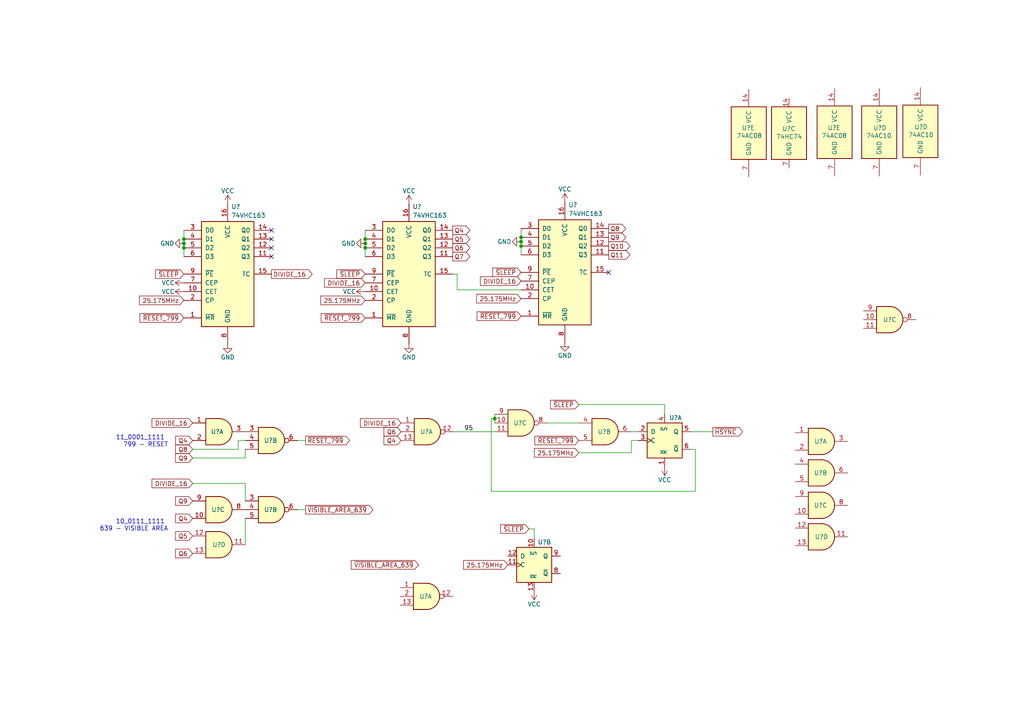
<source format=kicad_sch>
(kicad_sch (version 20211123) (generator eeschema)
  (paper "A4")
  (lib_symbols
    (symbol "74xx:74LS08" (pin_names (offset 1.016))
      (property "Reference" "U" (at 0 1.27 0))
      (property "Value" "74LS08" (at 0 -1.27 0))
      (symbol "74LS08_1_1"
        (arc (start 0 -3.81) (mid 3.81 0) (end 0 3.81) (stroke (width 0.254)) (fill (type background)))
        (polyline (pts (xy 0 3.81) (xy -3.81 3.81) (xy -3.81 -3.81) (xy 0 -3.81)) (stroke (width 0.254)) (fill (type background)))
        (pin input line (at -7.62 2.54 0) (length 3.81) (name "~") (number "1"))
        (pin input line (at -7.62 -2.54 0) (length 3.81) (name "~") (number "2"))
        (pin output line (at 7.62 0 180) (length 3.81) (name "~") (number "3"))
      )
      (symbol "74LS08_1_2"
        (arc (start -3.81 -3.81) (mid -2.589 0) (end -3.81 3.81) (stroke (width 0.254)))
        (arc (start -0.6096 -3.81) (mid 2.1855 -2.584) (end 3.81 0) (stroke (width 0.254)) (fill (type background)))
        (polyline (pts (xy -3.81 -3.81) (xy -0.635 -3.81)) (stroke (width 0.254)) (fill (type background)))
        (polyline (pts (xy -3.81 3.81) (xy -0.635 3.81)) (stroke (width 0.254)) (fill (type background)))
        (polyline (pts (xy -0.635 3.81) (xy -3.81 3.81) (xy -3.81 3.81) (xy -3.556 3.4036) (xy -3.0226 2.2606) (xy -2.6924 1.0414) (xy -2.6162 -0.254) (xy -2.7686 -1.4986) (xy -3.175 -2.7178) (xy -3.81 -3.81) (xy -3.81 -3.81) (xy -0.635 -3.81)) (stroke (width -25.4)) (fill (type background)))
        (arc (start 3.81 0) (mid 2.1928 2.5925) (end -0.6096 3.81) (stroke (width 0.254)) (fill (type background)))
        (pin input inverted (at -7.62 2.54 0) (length 4.318) (name "~") (number "1"))
        (pin input inverted (at -7.62 -2.54 0) (length 4.318) (name "~") (number "2"))
        (pin output inverted (at 7.62 0 180) (length 3.81) (name "~") (number "3"))
      )
      (symbol "74LS08_2_1"
        (arc (start 0 -3.81) (mid 3.81 0) (end 0 3.81) (stroke (width 0.254)) (fill (type background)))
        (polyline (pts (xy 0 3.81) (xy -3.81 3.81) (xy -3.81 -3.81) (xy 0 -3.81)) (stroke (width 0.254)) (fill (type background)))
        (pin input line (at -7.62 2.54 0) (length 3.81) (name "~") (number "4"))
        (pin input line (at -7.62 -2.54 0) (length 3.81) (name "~") (number "5"))
        (pin output line (at 7.62 0 180) (length 3.81) (name "~") (number "6"))
      )
      (symbol "74LS08_2_2"
        (arc (start -3.81 -3.81) (mid -2.589 0) (end -3.81 3.81) (stroke (width 0.254)))
        (arc (start -0.6096 -3.81) (mid 2.1855 -2.584) (end 3.81 0) (stroke (width 0.254)) (fill (type background)))
        (polyline (pts (xy -3.81 -3.81) (xy -0.635 -3.81)) (stroke (width 0.254)) (fill (type background)))
        (polyline (pts (xy -3.81 3.81) (xy -0.635 3.81)) (stroke (width 0.254)) (fill (type background)))
        (polyline (pts (xy -0.635 3.81) (xy -3.81 3.81) (xy -3.81 3.81) (xy -3.556 3.4036) (xy -3.0226 2.2606) (xy -2.6924 1.0414) (xy -2.6162 -0.254) (xy -2.7686 -1.4986) (xy -3.175 -2.7178) (xy -3.81 -3.81) (xy -3.81 -3.81) (xy -0.635 -3.81)) (stroke (width -25.4)) (fill (type background)))
        (arc (start 3.81 0) (mid 2.1928 2.5925) (end -0.6096 3.81) (stroke (width 0.254)) (fill (type background)))
        (pin input inverted (at -7.62 2.54 0) (length 4.318) (name "~") (number "4"))
        (pin input inverted (at -7.62 -2.54 0) (length 4.318) (name "~") (number "5"))
        (pin output inverted (at 7.62 0 180) (length 3.81) (name "~") (number "6"))
      )
      (symbol "74LS08_3_1"
        (arc (start 0 -3.81) (mid 3.81 0) (end 0 3.81) (stroke (width 0.254)) (fill (type background)))
        (polyline (pts (xy 0 3.81) (xy -3.81 3.81) (xy -3.81 -3.81) (xy 0 -3.81)) (stroke (width 0.254)) (fill (type background)))
        (pin input line (at -7.62 -2.54 0) (length 3.81) (name "~") (number "10"))
        (pin output line (at 7.62 0 180) (length 3.81) (name "~") (number "8"))
        (pin input line (at -7.62 2.54 0) (length 3.81) (name "~") (number "9"))
      )
      (symbol "74LS08_3_2"
        (arc (start -3.81 -3.81) (mid -2.589 0) (end -3.81 3.81) (stroke (width 0.254)))
        (arc (start -0.6096 -3.81) (mid 2.1855 -2.584) (end 3.81 0) (stroke (width 0.254)) (fill (type background)))
        (polyline (pts (xy -3.81 -3.81) (xy -0.635 -3.81)) (stroke (width 0.254)) (fill (type background)))
        (polyline (pts (xy -3.81 3.81) (xy -0.635 3.81)) (stroke (width 0.254)) (fill (type background)))
        (polyline (pts (xy -0.635 3.81) (xy -3.81 3.81) (xy -3.81 3.81) (xy -3.556 3.4036) (xy -3.0226 2.2606) (xy -2.6924 1.0414) (xy -2.6162 -0.254) (xy -2.7686 -1.4986) (xy -3.175 -2.7178) (xy -3.81 -3.81) (xy -3.81 -3.81) (xy -0.635 -3.81)) (stroke (width -25.4)) (fill (type background)))
        (arc (start 3.81 0) (mid 2.1928 2.5925) (end -0.6096 3.81) (stroke (width 0.254)) (fill (type background)))
        (pin input inverted (at -7.62 -2.54 0) (length 4.318) (name "~") (number "10"))
        (pin output inverted (at 7.62 0 180) (length 3.81) (name "~") (number "8"))
        (pin input inverted (at -7.62 2.54 0) (length 4.318) (name "~") (number "9"))
      )
      (symbol "74LS08_4_1"
        (arc (start 0 -3.81) (mid 3.81 0) (end 0 3.81) (stroke (width 0.254)) (fill (type background)))
        (polyline (pts (xy 0 3.81) (xy -3.81 3.81) (xy -3.81 -3.81) (xy 0 -3.81)) (stroke (width 0.254)) (fill (type background)))
        (pin output line (at 7.62 0 180) (length 3.81) (name "~") (number "11"))
        (pin input line (at -7.62 2.54 0) (length 3.81) (name "~") (number "12"))
        (pin input line (at -7.62 -2.54 0) (length 3.81) (name "~") (number "13"))
      )
      (symbol "74LS08_4_2"
        (arc (start -3.81 -3.81) (mid -2.589 0) (end -3.81 3.81) (stroke (width 0.254)))
        (arc (start -0.6096 -3.81) (mid 2.1855 -2.584) (end 3.81 0) (stroke (width 0.254)) (fill (type background)))
        (polyline (pts (xy -3.81 -3.81) (xy -0.635 -3.81)) (stroke (width 0.254)) (fill (type background)))
        (polyline (pts (xy -3.81 3.81) (xy -0.635 3.81)) (stroke (width 0.254)) (fill (type background)))
        (polyline (pts (xy -0.635 3.81) (xy -3.81 3.81) (xy -3.81 3.81) (xy -3.556 3.4036) (xy -3.0226 2.2606) (xy -2.6924 1.0414) (xy -2.6162 -0.254) (xy -2.7686 -1.4986) (xy -3.175 -2.7178) (xy -3.81 -3.81) (xy -3.81 -3.81) (xy -0.635 -3.81)) (stroke (width -25.4)) (fill (type background)))
        (arc (start 3.81 0) (mid 2.1928 2.5925) (end -0.6096 3.81) (stroke (width 0.254)) (fill (type background)))
        (pin output inverted (at 7.62 0 180) (length 3.81) (name "~") (number "11"))
        (pin input inverted (at -7.62 2.54 0) (length 4.318) (name "~") (number "12"))
        (pin input inverted (at -7.62 -2.54 0) (length 4.318) (name "~") (number "13"))
      )
      (symbol "74LS08_5_0"
        (pin power_in line (at 0 12.7 270) (length 5.08) (name "VCC") (number "14"))
        (pin power_in line (at 0 -12.7 90) (length 5.08) (name "GND") (number "7"))
      )
      (symbol "74LS08_5_1"
        (rectangle (start -5.08 7.62) (end 5.08 -7.62) (stroke (width 0.254)) (fill (type background)))
      )
    )
    (symbol "74xx:74LS10" (pin_names (offset 1.016))
      (property "Reference" "U" (at 0 1.27 0))
      (property "Value" "74LS10" (at 0 -1.27 0))
      (symbol "74LS10_1_1"
        (arc (start 0 -3.81) (mid 3.81 0) (end 0 3.81) (stroke (width 0.254)) (fill (type background)))
        (polyline (pts (xy 0 3.81) (xy -3.81 3.81) (xy -3.81 -3.81) (xy 0 -3.81)) (stroke (width 0.254)) (fill (type background)))
        (pin input line (at -7.62 2.54 0) (length 3.81) (name "~") (number "1"))
        (pin output inverted (at 7.62 0 180) (length 3.81) (name "~") (number "12"))
        (pin input line (at -7.62 -2.54 0) (length 3.81) (name "~") (number "13"))
        (pin input line (at -7.62 0 0) (length 3.81) (name "~") (number "2"))
      )
      (symbol "74LS10_1_2"
        (arc (start -3.81 -3.81) (mid -2.589 0) (end -3.81 3.81) (stroke (width 0.254)))
        (arc (start -0.6096 -3.81) (mid 2.1855 -2.584) (end 3.81 0) (stroke (width 0.254)) (fill (type background)))
        (polyline (pts (xy -3.81 -3.81) (xy -0.635 -3.81)) (stroke (width 0.254)) (fill (type background)))
        (polyline (pts (xy -3.81 3.81) (xy -0.635 3.81)) (stroke (width 0.254)) (fill (type background)))
        (polyline (pts (xy -0.635 3.81) (xy -3.81 3.81) (xy -3.81 3.81) (xy -3.556 3.4036) (xy -3.0226 2.2606) (xy -2.6924 1.0414) (xy -2.6162 -0.254) (xy -2.7686 -1.4986) (xy -3.175 -2.7178) (xy -3.81 -3.81) (xy -3.81 -3.81) (xy -0.635 -3.81)) (stroke (width -25.4)) (fill (type background)))
        (arc (start 3.81 0) (mid 2.1928 2.5925) (end -0.6096 3.81) (stroke (width 0.254)) (fill (type background)))
        (pin input inverted (at -7.62 2.54 0) (length 4.318) (name "~") (number "1"))
        (pin output line (at 7.62 0 180) (length 3.81) (name "~") (number "12"))
        (pin input inverted (at -7.62 -2.54 0) (length 4.318) (name "~") (number "13"))
        (pin input inverted (at -7.62 0 0) (length 4.953) (name "~") (number "2"))
      )
      (symbol "74LS10_2_1"
        (arc (start 0 -3.81) (mid 3.81 0) (end 0 3.81) (stroke (width 0.254)) (fill (type background)))
        (polyline (pts (xy 0 3.81) (xy -3.81 3.81) (xy -3.81 -3.81) (xy 0 -3.81)) (stroke (width 0.254)) (fill (type background)))
        (pin input line (at -7.62 2.54 0) (length 3.81) (name "~") (number "3"))
        (pin input line (at -7.62 0 0) (length 3.81) (name "~") (number "4"))
        (pin input line (at -7.62 -2.54 0) (length 3.81) (name "~") (number "5"))
        (pin output inverted (at 7.62 0 180) (length 3.81) (name "~") (number "6"))
      )
      (symbol "74LS10_2_2"
        (arc (start -3.81 -3.81) (mid -2.589 0) (end -3.81 3.81) (stroke (width 0.254)))
        (arc (start -0.6096 -3.81) (mid 2.1855 -2.584) (end 3.81 0) (stroke (width 0.254)) (fill (type background)))
        (polyline (pts (xy -3.81 -3.81) (xy -0.635 -3.81)) (stroke (width 0.254)) (fill (type background)))
        (polyline (pts (xy -3.81 3.81) (xy -0.635 3.81)) (stroke (width 0.254)) (fill (type background)))
        (polyline (pts (xy -0.635 3.81) (xy -3.81 3.81) (xy -3.81 3.81) (xy -3.556 3.4036) (xy -3.0226 2.2606) (xy -2.6924 1.0414) (xy -2.6162 -0.254) (xy -2.7686 -1.4986) (xy -3.175 -2.7178) (xy -3.81 -3.81) (xy -3.81 -3.81) (xy -0.635 -3.81)) (stroke (width -25.4)) (fill (type background)))
        (arc (start 3.81 0) (mid 2.1928 2.5925) (end -0.6096 3.81) (stroke (width 0.254)) (fill (type background)))
        (pin input inverted (at -7.62 2.54 0) (length 4.318) (name "~") (number "3"))
        (pin input inverted (at -7.62 0 0) (length 4.953) (name "~") (number "4"))
        (pin input inverted (at -7.62 -2.54 0) (length 4.318) (name "~") (number "5"))
        (pin output line (at 7.62 0 180) (length 3.81) (name "~") (number "6"))
      )
      (symbol "74LS10_3_1"
        (arc (start 0 -3.81) (mid 3.81 0) (end 0 3.81) (stroke (width 0.254)) (fill (type background)))
        (polyline (pts (xy 0 3.81) (xy -3.81 3.81) (xy -3.81 -3.81) (xy 0 -3.81)) (stroke (width 0.254)) (fill (type background)))
        (pin input line (at -7.62 0 0) (length 3.81) (name "~") (number "10"))
        (pin input line (at -7.62 -2.54 0) (length 3.81) (name "~") (number "11"))
        (pin output inverted (at 7.62 0 180) (length 3.81) (name "~") (number "8"))
        (pin input line (at -7.62 2.54 0) (length 3.81) (name "~") (number "9"))
      )
      (symbol "74LS10_3_2"
        (arc (start -3.81 -3.81) (mid -2.589 0) (end -3.81 3.81) (stroke (width 0.254)))
        (arc (start -0.6096 -3.81) (mid 2.1855 -2.584) (end 3.81 0) (stroke (width 0.254)) (fill (type background)))
        (polyline (pts (xy -3.81 -3.81) (xy -0.635 -3.81)) (stroke (width 0.254)) (fill (type background)))
        (polyline (pts (xy -3.81 3.81) (xy -0.635 3.81)) (stroke (width 0.254)) (fill (type background)))
        (polyline (pts (xy -0.635 3.81) (xy -3.81 3.81) (xy -3.81 3.81) (xy -3.556 3.4036) (xy -3.0226 2.2606) (xy -2.6924 1.0414) (xy -2.6162 -0.254) (xy -2.7686 -1.4986) (xy -3.175 -2.7178) (xy -3.81 -3.81) (xy -3.81 -3.81) (xy -0.635 -3.81)) (stroke (width -25.4)) (fill (type background)))
        (arc (start 3.81 0) (mid 2.1928 2.5925) (end -0.6096 3.81) (stroke (width 0.254)) (fill (type background)))
        (pin input inverted (at -7.62 0 0) (length 4.953) (name "~") (number "10"))
        (pin input inverted (at -7.62 -2.54 0) (length 4.318) (name "~") (number "11"))
        (pin output line (at 7.62 0 180) (length 3.81) (name "~") (number "8"))
        (pin input inverted (at -7.62 2.54 0) (length 4.318) (name "~") (number "9"))
      )
      (symbol "74LS10_4_0"
        (pin power_in line (at 0 12.7 270) (length 5.08) (name "VCC") (number "14"))
        (pin power_in line (at 0 -12.7 90) (length 5.08) (name "GND") (number "7"))
      )
      (symbol "74LS10_4_1"
        (rectangle (start -5.08 7.62) (end 5.08 -7.62) (stroke (width 0.254)) (fill (type background)))
      )
    )
    (symbol "74xx:74LS163" (pin_names (offset 1.016))
      (property "Reference" "U" (at -7.62 16.51 0))
      (property "Value" "74LS163" (at -7.62 -16.51 0))
      (symbol "74LS163_1_0"
        (pin input line (at -12.7 -12.7 0) (length 5.08) (name "~{MR}") (number "1"))
        (pin input line (at -12.7 -5.08 0) (length 5.08) (name "CET") (number "10"))
        (pin output line (at 12.7 5.08 180) (length 5.08) (name "Q3") (number "11"))
        (pin output line (at 12.7 7.62 180) (length 5.08) (name "Q2") (number "12"))
        (pin output line (at 12.7 10.16 180) (length 5.08) (name "Q1") (number "13"))
        (pin output line (at 12.7 12.7 180) (length 5.08) (name "Q0") (number "14"))
        (pin output line (at 12.7 0 180) (length 5.08) (name "TC") (number "15"))
        (pin power_in line (at 0 20.32 270) (length 5.08) (name "VCC") (number "16"))
        (pin input line (at -12.7 -7.62 0) (length 5.08) (name "CP") (number "2"))
        (pin input line (at -12.7 12.7 0) (length 5.08) (name "D0") (number "3"))
        (pin input line (at -12.7 10.16 0) (length 5.08) (name "D1") (number "4"))
        (pin input line (at -12.7 7.62 0) (length 5.08) (name "D2") (number "5"))
        (pin input line (at -12.7 5.08 0) (length 5.08) (name "D3") (number "6"))
        (pin input line (at -12.7 -2.54 0) (length 5.08) (name "CEP") (number "7"))
        (pin power_in line (at 0 -20.32 90) (length 5.08) (name "GND") (number "8"))
        (pin input line (at -12.7 0 0) (length 5.08) (name "~{PE}") (number "9"))
      )
      (symbol "74LS163_1_1"
        (rectangle (start -7.62 15.24) (end 7.62 -15.24) (stroke (width 0.254)) (fill (type background)))
      )
    )
    (symbol "74xx:74LS74" (pin_names (offset 1.016))
      (property "Reference" "U" (at -7.62 8.89 0))
      (property "Value" "74LS74" (at -7.62 -8.89 0))
      (symbol "74LS74_1_0"
        (pin input line (at 0 -7.62 90) (length 2.54) (name "~{R}") (number "1"))
        (pin input line (at -7.62 2.54 0) (length 2.54) (name "D") (number "2"))
        (pin input clock (at -7.62 0 0) (length 2.54) (name "C") (number "3"))
        (pin input line (at 0 7.62 270) (length 2.54) (name "~{S}") (number "4"))
        (pin output line (at 7.62 2.54 180) (length 2.54) (name "Q") (number "5"))
        (pin output line (at 7.62 -2.54 180) (length 2.54) (name "~{Q}") (number "6"))
      )
      (symbol "74LS74_1_1"
        (rectangle (start -5.08 5.08) (end 5.08 -5.08) (stroke (width 0.254)) (fill (type background)))
      )
      (symbol "74LS74_2_0"
        (pin input line (at 0 7.62 270) (length 2.54) (name "~{S}") (number "10"))
        (pin input clock (at -7.62 0 0) (length 2.54) (name "C") (number "11"))
        (pin input line (at -7.62 2.54 0) (length 2.54) (name "D") (number "12"))
        (pin input line (at 0 -7.62 90) (length 2.54) (name "~{R}") (number "13"))
        (pin output line (at 7.62 -2.54 180) (length 2.54) (name "~{Q}") (number "8"))
        (pin output line (at 7.62 2.54 180) (length 2.54) (name "Q") (number "9"))
      )
      (symbol "74LS74_2_1"
        (rectangle (start -5.08 5.08) (end 5.08 -5.08) (stroke (width 0.254)) (fill (type background)))
      )
      (symbol "74LS74_3_0"
        (pin power_in line (at 0 10.16 270) (length 2.54) (name "VCC") (number "14"))
        (pin power_in line (at 0 -10.16 90) (length 2.54) (name "GND") (number "7"))
      )
      (symbol "74LS74_3_1"
        (rectangle (start -5.08 7.62) (end 5.08 -7.62) (stroke (width 0.254)) (fill (type background)))
      )
    )
    (symbol "power:GND" (power) (pin_names (offset 0))
      (property "Value" "GND" (at 0 -3.81 0))
      (symbol "GND_0_1"
        (polyline (pts (xy 0 0) (xy 0 -1.27) (xy 1.27 -1.27) (xy 0 -2.54) (xy -1.27 -1.27) (xy 0 -1.27)))
      )
      (symbol "GND_1_1"
        (pin power_in line (at 0 0 270) (length 0) hide (name "GND") (number "1"))
      )
    )
    (symbol "power:VCC" (power) (pin_names (offset 0))
      (property "Value" "VCC" (at 0 3.81 0))
      (symbol "VCC_0_1"
        (polyline (pts (xy -0.762 1.27) (xy 0 2.54)))
        (polyline (pts (xy 0 0) (xy 0 2.54)))
        (polyline (pts (xy 0 2.54) (xy 0.762 1.27)))
      )
      (symbol "VCC_1_1"
        (pin power_in line (at 0 0 90) (length 0) hide (name "VCC") (number "1"))
      )
    )
  )
  (junction (at 105.918 71.882))
  (junction (at 105.918 70.612))
  (junction (at 53.34 70.612))
  (junction (at 151.13 68.834))
  (junction (at 143.51 121.412))
  (junction (at 53.34 69.342))
  (junction (at 53.34 71.882))
  (junction (at 151.13 71.374))
  (junction (at 105.918 69.342))
  (junction (at 151.13 70.104))
  (no_connect (at 78.74 74.422))
  (no_connect (at 78.74 66.802))
  (no_connect (at 78.74 69.342))
  (no_connect (at 78.74 71.882))
  (no_connect (at 176.53 78.994))
  (wire (pts (xy 71.12 130.302) (xy 71.12 132.842)))
  (wire (pts (xy 192.786 117.348) (xy 192.786 120.142)))
  (wire (pts (xy 142.494 121.412) (xy 142.494 142.494)))
  (wire (pts (xy 55.88 130.302) (xy 69.088 130.302)))
  (wire (pts (xy 143.51 121.412) (xy 143.51 122.682)))
  (wire (pts (xy 53.34 69.342) (xy 53.34 70.612)))
  (wire (pts (xy 71.12 140.208) (xy 55.88 140.208)))
  (wire (pts (xy 151.13 68.834) (xy 151.13 70.104)))
  (wire (pts (xy 132.588 79.502) (xy 131.318 79.502)))
  (wire (pts (xy 71.12 132.842) (xy 55.88 132.842)))
  (wire (pts (xy 53.34 71.882) (xy 53.34 74.422)))
  (wire (pts (xy 132.588 84.074) (xy 151.13 84.074)))
  (wire (pts (xy 183.134 131.318) (xy 167.894 131.318)))
  (wire (pts (xy 71.12 145.288) (xy 71.12 140.208)))
  (wire (pts (xy 151.13 71.374) (xy 151.13 73.914)))
  (wire (pts (xy 143.51 120.142) (xy 143.51 121.412)))
  (wire (pts (xy 105.918 70.612) (xy 105.918 71.882)))
  (wire (pts (xy 131.572 125.222) (xy 143.51 125.222)))
  (wire (pts (xy 71.12 150.368) (xy 71.12 157.988)))
  (wire (pts (xy 200.406 125.222) (xy 206.756 125.222)))
  (wire (pts (xy 53.34 70.612) (xy 53.34 71.882)))
  (wire (pts (xy 69.088 130.302) (xy 69.088 127.762)))
  (wire (pts (xy 142.494 142.494) (xy 201.676 142.494)))
  (wire (pts (xy 69.088 127.762) (xy 71.12 127.762)))
  (wire (pts (xy 183.134 127.762) (xy 183.134 131.318)))
  (wire (pts (xy 88.646 127.762) (xy 86.36 127.762)))
  (wire (pts (xy 105.918 66.802) (xy 105.918 69.342)))
  (wire (pts (xy 105.918 71.882) (xy 105.918 74.422)))
  (wire (pts (xy 183.134 125.222) (xy 185.166 125.222)))
  (wire (pts (xy 53.34 66.802) (xy 53.34 69.342)))
  (wire (pts (xy 185.166 127.762) (xy 183.134 127.762)))
  (wire (pts (xy 201.676 130.302) (xy 200.406 130.302)))
  (wire (pts (xy 201.676 142.494) (xy 201.676 130.302)))
  (wire (pts (xy 153.416 153.416) (xy 154.94 153.416)))
  (wire (pts (xy 151.13 70.104) (xy 151.13 71.374)))
  (wire (pts (xy 158.75 122.682) (xy 167.894 122.682)))
  (wire (pts (xy 154.94 153.416) (xy 154.94 156.21)))
  (wire (pts (xy 167.894 117.348) (xy 192.786 117.348)))
  (wire (pts (xy 132.588 79.502) (xy 132.588 84.074)))
  (wire (pts (xy 88.646 147.828) (xy 86.36 147.828)))
  (wire (pts (xy 151.13 66.294) (xy 151.13 68.834)))
  (wire (pts (xy 143.51 121.412) (xy 142.494 121.412)))
  (wire (pts (xy 105.918 69.342) (xy 105.918 70.612)))
  (text "10_0111_1111 \n639 - VISIBLE AREA" (at 48.768 154.178 180) (effects (font (size 1.27 1.27)) (justify right bottom)))
  (text "11_0001_1111 \n799 - RESET" (at 48.768 129.794 180) (effects (font (size 1.27 1.27)) (justify right bottom)))
  (label "95" (at 134.62 125.222 0))
  (global_label "~{VISIBLE_AREA_639}" (shape input) (at 121.412 163.83 180) (property "Intersheet References" "${INTERSHEET_REFS}" (effects hide)))
  (global_label "~{RESET_799}" (shape input) (at 105.918 92.202 180) (property "Intersheet References" "${INTERSHEET_REFS}" (effects hide)))
  (global_label "Q6" (shape input) (at 116.332 125.222 180) (property "Intersheet References" "${INTERSHEET_REFS}" (effects hide)))
  (global_label "Q4" (shape input) (at 55.88 150.368 180) (property "Intersheet References" "${INTERSHEET_REFS}" (effects hide)))
  (global_label "Q8" (shape output) (at 176.53 66.294 0) (property "Intersheet References" "${INTERSHEET_REFS}" (effects hide)))
  (global_label "25.175MHz" (shape input) (at 147.32 163.83 180) (property "Intersheet References" "${INTERSHEET_REFS}" (effects hide)))
  (global_label "Q4" (shape output) (at 131.318 66.802 0) (property "Intersheet References" "${INTERSHEET_REFS}" (effects hide)))
  (global_label "DIVIDE_16" (shape output) (at 78.74 79.502 0) (property "Intersheet References" "${INTERSHEET_REFS}" (effects hide)))
  (global_label "Q11" (shape output) (at 176.53 73.914 0) (property "Intersheet References" "${INTERSHEET_REFS}" (effects hide)))
  (global_label "25.175MHz" (shape input) (at 53.34 87.122 180) (property "Intersheet References" "${INTERSHEET_REFS}" (effects hide)))
  (global_label "Q7" (shape output) (at 131.318 74.422 0) (property "Intersheet References" "${INTERSHEET_REFS}" (effects hide)))
  (global_label "~{RESET_799}" (shape input) (at 167.894 127.762 180) (property "Intersheet References" "${INTERSHEET_REFS}" (effects hide)))
  (global_label "~{SLEEP}" (shape input) (at 53.34 79.502 180) (property "Intersheet References" "${INTERSHEET_REFS}" (effects hide)))
  (global_label "Q8" (shape input) (at 55.88 130.302 180) (property "Intersheet References" "${INTERSHEET_REFS}" (effects hide)))
  (global_label "DIVIDE_16" (shape input) (at 55.88 122.682 180) (property "Intersheet References" "${INTERSHEET_REFS}" (effects hide)))
  (global_label "DIVIDE_16" (shape input) (at 151.13 81.534 180) (property "Intersheet References" "${INTERSHEET_REFS}" (effects hide)))
  (global_label "Q9" (shape input) (at 55.88 145.288 180) (property "Intersheet References" "${INTERSHEET_REFS}" (effects hide)))
  (global_label "Q10" (shape output) (at 176.53 71.374 0) (property "Intersheet References" "${INTERSHEET_REFS}" (effects hide)))
  (global_label "Q9" (shape input) (at 55.88 132.842 180) (property "Intersheet References" "${INTERSHEET_REFS}" (effects hide)))
  (global_label "25.175MHz" (shape input) (at 151.13 86.614 180) (property "Intersheet References" "${INTERSHEET_REFS}" (effects hide)))
  (global_label "~{SLEEP}" (shape input) (at 153.416 153.416 180) (property "Intersheet References" "${INTERSHEET_REFS}" (effects hide)))
  (global_label "Q5" (shape input) (at 55.88 155.448 180) (property "Intersheet References" "${INTERSHEET_REFS}" (effects hide)))
  (global_label "~{RESET_799}" (shape input) (at 151.13 91.694 180) (property "Intersheet References" "${INTERSHEET_REFS}" (effects hide)))
  (global_label "~{HSYNC}" (shape output) (at 206.756 125.222 0) (property "Intersheet References" "${INTERSHEET_REFS}" (effects hide)))
  (global_label "~{VISIBLE_AREA_639}" (shape output) (at 88.646 147.828 0) (property "Intersheet References" "${INTERSHEET_REFS}" (effects hide)))
  (global_label "Q9" (shape output) (at 176.53 68.834 0) (property "Intersheet References" "${INTERSHEET_REFS}" (effects hide)))
  (global_label "~{RESET_799}" (shape input) (at 53.34 92.202 180) (property "Intersheet References" "${INTERSHEET_REFS}" (effects hide)))
  (global_label "DIVIDE_16" (shape input) (at 55.88 140.208 180) (property "Intersheet References" "${INTERSHEET_REFS}" (effects hide)))
  (global_label "DIVIDE_16" (shape input) (at 116.332 122.682 180) (property "Intersheet References" "${INTERSHEET_REFS}" (effects hide)))
  (global_label "Q4" (shape input) (at 55.88 127.762 180) (property "Intersheet References" "${INTERSHEET_REFS}" (effects hide)))
  (global_label "25.175MHz" (shape input) (at 167.894 131.318 180) (property "Intersheet References" "${INTERSHEET_REFS}" (effects hide)))
  (global_label "DIVIDE_16" (shape input) (at 105.918 82.042 180) (property "Intersheet References" "${INTERSHEET_REFS}" (effects hide)))
  (global_label "~{RESET_799}" (shape output) (at 88.646 127.762 0) (property "Intersheet References" "${INTERSHEET_REFS}" (effects hide)))
  (global_label "25.175MHz" (shape input) (at 105.918 87.122 180) (property "Intersheet References" "${INTERSHEET_REFS}" (effects hide)))
  (global_label "~{SLEEP}" (shape input) (at 151.13 78.994 180) (property "Intersheet References" "${INTERSHEET_REFS}" (effects hide)))
  (global_label "~{SLEEP}" (shape input) (at 167.894 117.348 180) (property "Intersheet References" "${INTERSHEET_REFS}" (effects hide)))
  (global_label "Q4" (shape input) (at 116.332 127.762 180) (property "Intersheet References" "${INTERSHEET_REFS}" (effects hide)))
  (global_label "Q5" (shape output) (at 131.318 69.342 0) (property "Intersheet References" "${INTERSHEET_REFS}" (effects hide)))
  (global_label "Q6" (shape input) (at 55.88 160.528 180) (property "Intersheet References" "${INTERSHEET_REFS}" (effects hide)))
  (global_label "~{SLEEP}" (shape input) (at 105.918 79.502 180) (property "Intersheet References" "${INTERSHEET_REFS}" (effects hide)))
  (global_label "Q6" (shape output) (at 131.318 71.882 0) (property "Intersheet References" "${INTERSHEET_REFS}" (effects hide)))
  (symbol (lib_id "74xx:74LS10") (at 123.698 172.974 0) (unit 1)
    (property "Reference" "U?" (at 123.444 172.974 0))
    (property "Value" "74AC10" (effects hide))
    (property "Datasheet" "http://www.ti.com/lit/gpn/sn74LS10" (effects hide))
  )
  (symbol (lib_id "power:VCC") (at 105.918 84.582 90) (unit 1)
    (property "Reference" "#PWR?" (effects hide))
    (property "Value" "VCC" (at 101.346 84.582 90))
  )
  (symbol (lib_id "power:GND") (at 53.34 70.612 270) (unit 1)
    (property "Reference" "#PWR?" (effects hide))
    (property "Value" "GND" (at 48.514 70.612 90))
  )
  (symbol (lib_id "74xx:74LS163") (at 118.618 79.502 0) (unit 1)
    (property "Reference" "U?" (at 119.634 59.944 0) (effects (justify left)))
    (property "Value" "74VHC163" (at 119.634 62.484 0) (effects (justify left)))
    (property "Datasheet" "http://www.ti.com/lit/gpn/sn74LS163" (effects hide))
  )
  (symbol (lib_id "74xx:74LS08") (at 238.252 155.702 0) (unit 4)
    (property "Reference" "U?" (at 238.252 155.702 0))
    (property "Value" "74AC08" (effects hide))
    (property "Datasheet" "http://www.ti.com/lit/gpn/sn74LS08" (effects hide))
  )
  (symbol (lib_id "74xx:74LS74") (at 192.786 127.762 0) (unit 1)
    (property "Reference" "U?" (at 194.056 121.158 0) (effects (justify left)))
    (property "Value" "74HC74" (effects hide))
    (property "Datasheet" "74xx/74hc_hct74.pdf" (effects hide))
  )
  (symbol (lib_id "74xx:74LS08") (at 63.5 125.222 0) (unit 1)
    (property "Reference" "U?" (at 62.992 125.222 0))
    (property "Value" "74AC08" (effects hide))
    (property "Datasheet" "http://www.ti.com/lit/gpn/sn74LS08" (effects hide))
  )
  (symbol (lib_id "74xx:74LS10") (at 255.016 38.354 0) (unit 4)
    (property "Reference" "U?" (at 253.238 37.084 0) (effects (justify left)))
    (property "Value" "74AC10" (at 251.206 39.37 0) (effects (justify left)))
    (property "Datasheet" "http://www.ti.com/lit/gpn/sn74LS10" (effects hide))
  )
  (symbol (lib_id "74xx:74LS10") (at 266.954 38.1 0) (unit 4)
    (property "Reference" "U?" (at 265.176 36.83 0) (effects (justify left)))
    (property "Value" "74AC10" (at 263.398 39.116 0) (effects (justify left)))
    (property "Datasheet" "http://www.ti.com/lit/gpn/sn74LS10" (effects hide))
  )
  (symbol (lib_id "power:VCC") (at 154.94 171.45 180) (unit 1)
    (property "Reference" "#PWR?" (effects hide))
    (property "Value" "VCC" (at 154.94 175.26 0))
  )
  (symbol (lib_id "74xx:74LS74") (at 228.854 38.608 0) (unit 3)
    (property "Reference" "U?" (at 226.822 37.338 0) (effects (justify left)))
    (property "Value" "74HC74" (at 225.044 39.624 0) (effects (justify left)))
    (property "Datasheet" "74xx/74hc_hct74.pdf" (effects hide))
  )
  (symbol (lib_id "74xx:74LS10") (at 258.064 92.71 0) (unit 3)
    (property "Reference" "U?" (at 258.064 92.71 0))
    (property "Value" "74AC10" (effects hide))
    (property "Datasheet" "http://www.ti.com/lit/gpn/sn74LS10" (effects hide))
  )
  (symbol (lib_id "74xx:74LS10") (at 151.13 122.682 0) (unit 3)
    (property "Reference" "U?" (at 150.876 122.682 0))
    (property "Value" "74AC10" (effects hide))
    (property "Datasheet" "http://www.ti.com/lit/gpn/sn74LS10" (effects hide))
  )
  (symbol (lib_id "74xx:74LS08") (at 217.17 38.608 0) (unit 5)
    (property "Reference" "U?" (at 215.138 37.084 0) (effects (justify left)))
    (property "Value" "74AC08" (at 213.614 39.37 0) (effects (justify left)))
    (property "Datasheet" "http://www.ti.com/lit/gpn/sn74LS08" (effects hide))
  )
  (symbol (lib_id "power:GND") (at 151.13 70.104 270) (unit 1)
    (property "Reference" "#PWR?" (effects hide))
    (property "Value" "GND" (at 146.304 70.104 90))
  )
  (symbol (lib_id "power:VCC") (at 118.618 59.182 0) (unit 1)
    (property "Reference" "#PWR?" (effects hide))
    (property "Value" "VCC" (at 118.618 55.372 0))
  )
  (symbol (lib_id "power:VCC") (at 53.34 82.042 90) (unit 1)
    (property "Reference" "#PWR?" (effects hide))
    (property "Value" "VCC" (at 48.768 82.042 90))
  )
  (symbol (lib_id "74xx:74LS08") (at 242.062 38.354 0) (unit 5)
    (property "Reference" "U?" (at 240.03 37.084 0) (effects (justify left)))
    (property "Value" "74AC08" (at 238.252 39.37 0) (effects (justify left)))
    (property "Datasheet" "http://www.ti.com/lit/gpn/sn74LS08" (effects hide))
  )
  (symbol (lib_id "74xx:74LS163") (at 66.04 79.502 0) (unit 1)
    (property "Reference" "U?" (at 67.056 59.944 0) (effects (justify left)))
    (property "Value" "74VHC163" (at 67.056 62.484 0) (effects (justify left)))
    (property "Datasheet" "http://www.ti.com/lit/gpn/sn74LS163" (effects hide))
  )
  (symbol (lib_id "power:VCC") (at 163.83 58.674 0) (unit 1)
    (property "Reference" "#PWR?" (effects hide))
    (property "Value" "VCC" (at 163.83 54.864 0))
  )
  (symbol (lib_id "74xx:74LS08") (at 238.252 137.16 0) (unit 2)
    (property "Reference" "U?" (at 237.998 137.16 0))
    (property "Value" "74AC08" (effects hide))
    (property "Datasheet" "http://www.ti.com/lit/gpn/sn74LS08" (effects hide))
  )
  (symbol (lib_id "74xx:74LS10") (at 123.952 125.222 0) (unit 1)
    (property "Reference" "U?" (at 123.698 125.222 0))
    (property "Value" "74AC10" (effects hide))
    (property "Datasheet" "http://www.ti.com/lit/gpn/sn74LS10" (effects hide))
  )
  (symbol (lib_id "power:VCC") (at 66.04 59.182 0) (unit 1)
    (property "Reference" "#PWR?" (effects hide))
    (property "Value" "VCC" (at 66.04 55.372 0))
  )
  (symbol (lib_id "power:GND") (at 105.918 70.612 270) (unit 1)
    (property "Reference" "#PWR?" (effects hide))
    (property "Value" "GND" (at 101.092 70.612 90))
  )
  (symbol (lib_id "74xx:74LS74") (at 154.94 163.83 0) (unit 2)
    (property "Reference" "U?" (at 155.956 157.226 0) (effects (justify left)))
    (property "Value" "74HC74" (effects hide))
    (property "Datasheet" "74xx/74hc_hct74.pdf" (effects hide))
  )
  (symbol (lib_id "74xx:74LS163") (at 163.83 78.994 0) (unit 1)
    (property "Reference" "U?" (at 164.846 59.436 0) (effects (justify left)))
    (property "Value" "74VHC163" (at 164.846 61.976 0) (effects (justify left)))
    (property "Datasheet" "http://www.ti.com/lit/gpn/sn74LS163" (effects hide))
  )
  (symbol (lib_id "power:VCC") (at 192.786 135.382 180) (unit 1)
    (property "Reference" "#PWR?" (effects hide))
    (property "Value" "VCC" (at 192.786 139.192 0))
  )
  (symbol (lib_id "74xx:74LS08") (at 63.5 157.988 0) (unit 4)
    (property "Reference" "U?" (at 63.5 157.988 0))
    (property "Value" "74AC08" (effects hide))
    (property "Datasheet" "http://www.ti.com/lit/gpn/sn74LS08" (effects hide))
  )
  (symbol (lib_id "power:GND") (at 118.618 99.822 0) (unit 1)
    (property "Reference" "#PWR?" (effects hide))
    (property "Value" "GND" (at 118.618 103.632 0))
  )
  (symbol (lib_id "power:GND") (at 66.04 99.822 0) (unit 1)
    (property "Reference" "#PWR?" (effects hide))
    (property "Value" "GND" (at 66.04 103.632 0))
  )
  (symbol (lib_id "74xx:74LS08") (at 175.514 125.222 0) (unit 2)
    (property "Reference" "U?" (at 175.26 125.222 0))
    (property "Value" "74AC08" (effects hide))
    (property "Datasheet" "http://www.ti.com/lit/gpn/sn74LS08" (effects hide))
  )
  (symbol (lib_id "74xx:74LS10") (at 78.74 127.762 0) (unit 2)
    (property "Reference" "U?" (at 78.486 127.762 0))
    (property "Value" "74AC10" (effects hide))
    (property "Datasheet" "http://www.ti.com/lit/gpn/sn74LS10" (effects hide))
  )
  (symbol (lib_id "74xx:74LS08") (at 238.252 146.558 0) (unit 3)
    (property "Reference" "U?" (at 237.998 146.558 0))
    (property "Value" "74AC08" (effects hide))
    (property "Datasheet" "http://www.ti.com/lit/gpn/sn74LS08" (effects hide))
  )
  (symbol (lib_id "power:VCC") (at 53.34 84.582 90) (unit 1)
    (property "Reference" "#PWR?" (effects hide))
    (property "Value" "VCC" (at 48.768 84.582 90))
  )
  (symbol (lib_id "74xx:74LS08") (at 238.252 128.016 0) (unit 1)
    (property "Reference" "U?" (at 237.998 128.016 0))
    (property "Value" "74AC08" (effects hide))
    (property "Datasheet" "http://www.ti.com/lit/gpn/sn74LS08" (effects hide))
  )
  (symbol (lib_id "74xx:74LS08") (at 63.5 147.828 0) (unit 3)
    (property "Reference" "U?" (at 63.246 147.828 0))
    (property "Value" "74AC08" (effects hide))
    (property "Datasheet" "http://www.ti.com/lit/gpn/sn74LS08" (effects hide))
  )
  (symbol (lib_id "power:GND") (at 163.83 99.314 0) (unit 1)
    (property "Reference" "#PWR?" (effects hide))
    (property "Value" "GND" (at 163.83 103.124 0))
  )
  (symbol (lib_id "74xx:74LS10") (at 78.74 147.828 0) (unit 2)
    (property "Reference" "U?" (at 78.486 147.828 0))
    (property "Value" "74AC10" (effects hide))
    (property "Datasheet" "http://www.ti.com/lit/gpn/sn74LS10" (effects hide))
  )
)
</source>
